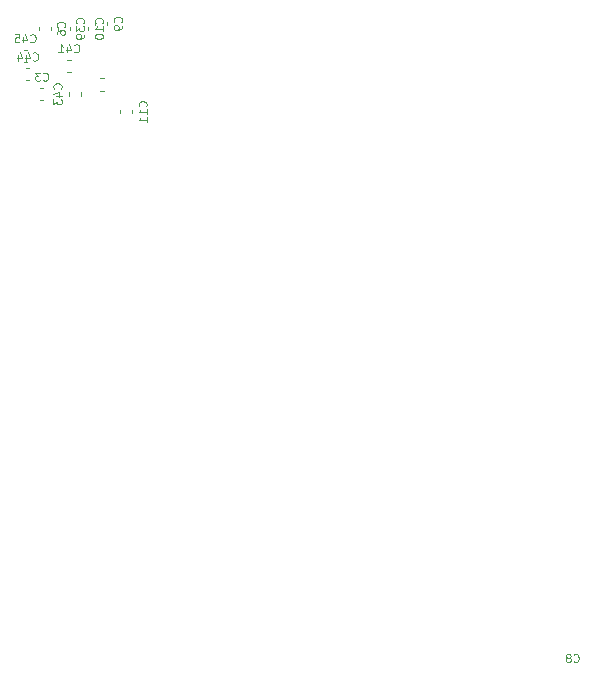
<source format=gbr>
%TF.GenerationSoftware,KiCad,Pcbnew,(6.0.0)*%
%TF.CreationDate,2022-08-04T21:46:00+02:00*%
%TF.ProjectId,TINY-FPGA-BOARD,54494e59-2d46-4504-9741-2d424f415244,rev?*%
%TF.SameCoordinates,Original*%
%TF.FileFunction,Legend,Bot*%
%TF.FilePolarity,Positive*%
%FSLAX46Y46*%
G04 Gerber Fmt 4.6, Leading zero omitted, Abs format (unit mm)*
G04 Created by KiCad (PCBNEW (6.0.0)) date 2022-08-04 21:46:00*
%MOMM*%
%LPD*%
G01*
G04 APERTURE LIST*
%ADD10C,0.100000*%
%ADD11C,0.120000*%
G04 APERTURE END LIST*
D10*
%TO.C,C44*%
X112550000Y-91920000D02*
X112583333Y-91953333D01*
X112683333Y-91986666D01*
X112750000Y-91986666D01*
X112850000Y-91953333D01*
X112916666Y-91886666D01*
X112950000Y-91820000D01*
X112983333Y-91686666D01*
X112983333Y-91586666D01*
X112950000Y-91453333D01*
X112916666Y-91386666D01*
X112850000Y-91320000D01*
X112750000Y-91286666D01*
X112683333Y-91286666D01*
X112583333Y-91320000D01*
X112550000Y-91353333D01*
X111950000Y-91520000D02*
X111950000Y-91986666D01*
X112116666Y-91253333D02*
X112283333Y-91753333D01*
X111850000Y-91753333D01*
X111283333Y-91520000D02*
X111283333Y-91986666D01*
X111450000Y-91253333D02*
X111616666Y-91753333D01*
X111183333Y-91753333D01*
%TO.C,C43*%
X114920000Y-94350000D02*
X114953333Y-94316666D01*
X114986666Y-94216666D01*
X114986666Y-94150000D01*
X114953333Y-94050000D01*
X114886666Y-93983333D01*
X114820000Y-93950000D01*
X114686666Y-93916666D01*
X114586666Y-93916666D01*
X114453333Y-93950000D01*
X114386666Y-93983333D01*
X114320000Y-94050000D01*
X114286666Y-94150000D01*
X114286666Y-94216666D01*
X114320000Y-94316666D01*
X114353333Y-94350000D01*
X114520000Y-94950000D02*
X114986666Y-94950000D01*
X114253333Y-94783333D02*
X114753333Y-94616666D01*
X114753333Y-95050000D01*
X114286666Y-95250000D02*
X114286666Y-95683333D01*
X114553333Y-95450000D01*
X114553333Y-95550000D01*
X114586666Y-95616666D01*
X114620000Y-95650000D01*
X114686666Y-95683333D01*
X114853333Y-95683333D01*
X114920000Y-95650000D01*
X114953333Y-95616666D01*
X114986666Y-95550000D01*
X114986666Y-95350000D01*
X114953333Y-95283333D01*
X114920000Y-95250000D01*
%TO.C,C3*%
X113416666Y-93620000D02*
X113450000Y-93653333D01*
X113550000Y-93686666D01*
X113616666Y-93686666D01*
X113716666Y-93653333D01*
X113783333Y-93586666D01*
X113816666Y-93520000D01*
X113850000Y-93386666D01*
X113850000Y-93286666D01*
X113816666Y-93153333D01*
X113783333Y-93086666D01*
X113716666Y-93020000D01*
X113616666Y-92986666D01*
X113550000Y-92986666D01*
X113450000Y-93020000D01*
X113416666Y-93053333D01*
X113183333Y-92986666D02*
X112750000Y-92986666D01*
X112983333Y-93253333D01*
X112883333Y-93253333D01*
X112816666Y-93286666D01*
X112783333Y-93320000D01*
X112750000Y-93386666D01*
X112750000Y-93553333D01*
X112783333Y-93620000D01*
X112816666Y-93653333D01*
X112883333Y-93686666D01*
X113083333Y-93686666D01*
X113150000Y-93653333D01*
X113183333Y-93620000D01*
%TO.C,C41*%
X116050000Y-91220000D02*
X116083333Y-91253333D01*
X116183333Y-91286666D01*
X116250000Y-91286666D01*
X116350000Y-91253333D01*
X116416666Y-91186666D01*
X116450000Y-91120000D01*
X116483333Y-90986666D01*
X116483333Y-90886666D01*
X116450000Y-90753333D01*
X116416666Y-90686666D01*
X116350000Y-90620000D01*
X116250000Y-90586666D01*
X116183333Y-90586666D01*
X116083333Y-90620000D01*
X116050000Y-90653333D01*
X115450000Y-90820000D02*
X115450000Y-91286666D01*
X115616666Y-90553333D02*
X115783333Y-91053333D01*
X115350000Y-91053333D01*
X114716666Y-91286666D02*
X115116666Y-91286666D01*
X114916666Y-91286666D02*
X114916666Y-90586666D01*
X114983333Y-90686666D01*
X115050000Y-90753333D01*
X115116666Y-90786666D01*
%TO.C,C45*%
X112350000Y-90370000D02*
X112383333Y-90403333D01*
X112483333Y-90436666D01*
X112550000Y-90436666D01*
X112650000Y-90403333D01*
X112716666Y-90336666D01*
X112750000Y-90270000D01*
X112783333Y-90136666D01*
X112783333Y-90036666D01*
X112750000Y-89903333D01*
X112716666Y-89836666D01*
X112650000Y-89770000D01*
X112550000Y-89736666D01*
X112483333Y-89736666D01*
X112383333Y-89770000D01*
X112350000Y-89803333D01*
X111750000Y-89970000D02*
X111750000Y-90436666D01*
X111916666Y-89703333D02*
X112083333Y-90203333D01*
X111650000Y-90203333D01*
X111050000Y-89736666D02*
X111383333Y-89736666D01*
X111416666Y-90070000D01*
X111383333Y-90036666D01*
X111316666Y-90003333D01*
X111150000Y-90003333D01*
X111083333Y-90036666D01*
X111050000Y-90070000D01*
X111016666Y-90136666D01*
X111016666Y-90303333D01*
X111050000Y-90370000D01*
X111083333Y-90403333D01*
X111150000Y-90436666D01*
X111316666Y-90436666D01*
X111383333Y-90403333D01*
X111416666Y-90370000D01*
%TO.C,C11*%
X122130000Y-95850000D02*
X122163333Y-95816666D01*
X122196666Y-95716666D01*
X122196666Y-95650000D01*
X122163333Y-95550000D01*
X122096666Y-95483333D01*
X122030000Y-95450000D01*
X121896666Y-95416666D01*
X121796666Y-95416666D01*
X121663333Y-95450000D01*
X121596666Y-95483333D01*
X121530000Y-95550000D01*
X121496666Y-95650000D01*
X121496666Y-95716666D01*
X121530000Y-95816666D01*
X121563333Y-95850000D01*
X122196666Y-96516666D02*
X122196666Y-96116666D01*
X122196666Y-96316666D02*
X121496666Y-96316666D01*
X121596666Y-96250000D01*
X121663333Y-96183333D01*
X121696666Y-96116666D01*
X122196666Y-97183333D02*
X122196666Y-96783333D01*
X122196666Y-96983333D02*
X121496666Y-96983333D01*
X121596666Y-96916666D01*
X121663333Y-96850000D01*
X121696666Y-96783333D01*
%TO.C,C8*%
X158346666Y-142850000D02*
X158380000Y-142883333D01*
X158480000Y-142916666D01*
X158546666Y-142916666D01*
X158646666Y-142883333D01*
X158713333Y-142816666D01*
X158746666Y-142750000D01*
X158780000Y-142616666D01*
X158780000Y-142516666D01*
X158746666Y-142383333D01*
X158713333Y-142316666D01*
X158646666Y-142250000D01*
X158546666Y-142216666D01*
X158480000Y-142216666D01*
X158380000Y-142250000D01*
X158346666Y-142283333D01*
X157946666Y-142516666D02*
X158013333Y-142483333D01*
X158046666Y-142450000D01*
X158080000Y-142383333D01*
X158080000Y-142350000D01*
X158046666Y-142283333D01*
X158013333Y-142250000D01*
X157946666Y-142216666D01*
X157813333Y-142216666D01*
X157746666Y-142250000D01*
X157713333Y-142283333D01*
X157680000Y-142350000D01*
X157680000Y-142383333D01*
X157713333Y-142450000D01*
X157746666Y-142483333D01*
X157813333Y-142516666D01*
X157946666Y-142516666D01*
X158013333Y-142550000D01*
X158046666Y-142583333D01*
X158080000Y-142650000D01*
X158080000Y-142783333D01*
X158046666Y-142850000D01*
X158013333Y-142883333D01*
X157946666Y-142916666D01*
X157813333Y-142916666D01*
X157746666Y-142883333D01*
X157713333Y-142850000D01*
X157680000Y-142783333D01*
X157680000Y-142650000D01*
X157713333Y-142583333D01*
X157746666Y-142550000D01*
X157813333Y-142516666D01*
%TO.C,C6*%
X115230000Y-89133333D02*
X115263333Y-89100000D01*
X115296666Y-89000000D01*
X115296666Y-88933333D01*
X115263333Y-88833333D01*
X115196666Y-88766666D01*
X115130000Y-88733333D01*
X114996666Y-88700000D01*
X114896666Y-88700000D01*
X114763333Y-88733333D01*
X114696666Y-88766666D01*
X114630000Y-88833333D01*
X114596666Y-88933333D01*
X114596666Y-89000000D01*
X114630000Y-89100000D01*
X114663333Y-89133333D01*
X114596666Y-89733333D02*
X114596666Y-89600000D01*
X114630000Y-89533333D01*
X114663333Y-89500000D01*
X114763333Y-89433333D01*
X114896666Y-89400000D01*
X115163333Y-89400000D01*
X115230000Y-89433333D01*
X115263333Y-89466666D01*
X115296666Y-89533333D01*
X115296666Y-89666666D01*
X115263333Y-89733333D01*
X115230000Y-89766666D01*
X115163333Y-89800000D01*
X114996666Y-89800000D01*
X114930000Y-89766666D01*
X114896666Y-89733333D01*
X114863333Y-89666666D01*
X114863333Y-89533333D01*
X114896666Y-89466666D01*
X114930000Y-89433333D01*
X114996666Y-89400000D01*
%TO.C,C10*%
X118430000Y-88800000D02*
X118463333Y-88766666D01*
X118496666Y-88666666D01*
X118496666Y-88600000D01*
X118463333Y-88500000D01*
X118396666Y-88433333D01*
X118330000Y-88400000D01*
X118196666Y-88366666D01*
X118096666Y-88366666D01*
X117963333Y-88400000D01*
X117896666Y-88433333D01*
X117830000Y-88500000D01*
X117796666Y-88600000D01*
X117796666Y-88666666D01*
X117830000Y-88766666D01*
X117863333Y-88800000D01*
X118496666Y-89466666D02*
X118496666Y-89066666D01*
X118496666Y-89266666D02*
X117796666Y-89266666D01*
X117896666Y-89200000D01*
X117963333Y-89133333D01*
X117996666Y-89066666D01*
X117796666Y-89900000D02*
X117796666Y-89966666D01*
X117830000Y-90033333D01*
X117863333Y-90066666D01*
X117930000Y-90100000D01*
X118063333Y-90133333D01*
X118230000Y-90133333D01*
X118363333Y-90100000D01*
X118430000Y-90066666D01*
X118463333Y-90033333D01*
X118496666Y-89966666D01*
X118496666Y-89900000D01*
X118463333Y-89833333D01*
X118430000Y-89800000D01*
X118363333Y-89766666D01*
X118230000Y-89733333D01*
X118063333Y-89733333D01*
X117930000Y-89766666D01*
X117863333Y-89800000D01*
X117830000Y-89833333D01*
X117796666Y-89900000D01*
%TO.C,C39*%
X116830000Y-88800000D02*
X116863333Y-88766666D01*
X116896666Y-88666666D01*
X116896666Y-88600000D01*
X116863333Y-88500000D01*
X116796666Y-88433333D01*
X116730000Y-88400000D01*
X116596666Y-88366666D01*
X116496666Y-88366666D01*
X116363333Y-88400000D01*
X116296666Y-88433333D01*
X116230000Y-88500000D01*
X116196666Y-88600000D01*
X116196666Y-88666666D01*
X116230000Y-88766666D01*
X116263333Y-88800000D01*
X116196666Y-89033333D02*
X116196666Y-89466666D01*
X116463333Y-89233333D01*
X116463333Y-89333333D01*
X116496666Y-89400000D01*
X116530000Y-89433333D01*
X116596666Y-89466666D01*
X116763333Y-89466666D01*
X116830000Y-89433333D01*
X116863333Y-89400000D01*
X116896666Y-89333333D01*
X116896666Y-89133333D01*
X116863333Y-89066666D01*
X116830000Y-89033333D01*
X116896666Y-89800000D02*
X116896666Y-89933333D01*
X116863333Y-90000000D01*
X116830000Y-90033333D01*
X116730000Y-90100000D01*
X116596666Y-90133333D01*
X116330000Y-90133333D01*
X116263333Y-90100000D01*
X116230000Y-90066666D01*
X116196666Y-90000000D01*
X116196666Y-89866666D01*
X116230000Y-89800000D01*
X116263333Y-89766666D01*
X116330000Y-89733333D01*
X116496666Y-89733333D01*
X116563333Y-89766666D01*
X116596666Y-89800000D01*
X116630000Y-89866666D01*
X116630000Y-90000000D01*
X116596666Y-90066666D01*
X116563333Y-90100000D01*
X116496666Y-90133333D01*
%TO.C,C9*%
X120030000Y-88708333D02*
X120063333Y-88675000D01*
X120096666Y-88575000D01*
X120096666Y-88508333D01*
X120063333Y-88408333D01*
X119996666Y-88341666D01*
X119930000Y-88308333D01*
X119796666Y-88275000D01*
X119696666Y-88275000D01*
X119563333Y-88308333D01*
X119496666Y-88341666D01*
X119430000Y-88408333D01*
X119396666Y-88508333D01*
X119396666Y-88575000D01*
X119430000Y-88675000D01*
X119463333Y-88708333D01*
X120096666Y-89041666D02*
X120096666Y-89175000D01*
X120063333Y-89241666D01*
X120030000Y-89275000D01*
X119930000Y-89341666D01*
X119796666Y-89375000D01*
X119530000Y-89375000D01*
X119463333Y-89341666D01*
X119430000Y-89308333D01*
X119396666Y-89241666D01*
X119396666Y-89108333D01*
X119430000Y-89041666D01*
X119463333Y-89008333D01*
X119530000Y-88975000D01*
X119696666Y-88975000D01*
X119763333Y-89008333D01*
X119796666Y-89041666D01*
X119830000Y-89108333D01*
X119830000Y-89241666D01*
X119796666Y-89308333D01*
X119763333Y-89341666D01*
X119696666Y-89375000D01*
D11*
%TO.C,C44*%
X112240580Y-93610000D02*
X111959420Y-93610000D01*
X112240580Y-92590000D02*
X111959420Y-92590000D01*
%TO.C,C43*%
X116610000Y-94659420D02*
X116610000Y-94940580D01*
X115590000Y-94659420D02*
X115590000Y-94940580D01*
%TO.C,C3*%
X113440580Y-95310000D02*
X113159420Y-95310000D01*
X113440580Y-94290000D02*
X113159420Y-94290000D01*
%TO.C,C41*%
X115740580Y-91890000D02*
X115459420Y-91890000D01*
X115740580Y-92910000D02*
X115459420Y-92910000D01*
%TO.C,C45*%
X112040580Y-91040000D02*
X111759420Y-91040000D01*
X112040580Y-92060000D02*
X111759420Y-92060000D01*
%TO.C,C11*%
X120960000Y-96440580D02*
X120960000Y-96159420D01*
X119940000Y-96440580D02*
X119940000Y-96159420D01*
%TO.C,C8*%
X118259420Y-93490000D02*
X118540580Y-93490000D01*
X118259420Y-94510000D02*
X118540580Y-94510000D01*
%TO.C,C6*%
X113040000Y-89390580D02*
X113040000Y-89109420D01*
X114060000Y-89390580D02*
X114060000Y-89109420D01*
%TO.C,C10*%
X116240000Y-89390580D02*
X116240000Y-89109420D01*
X117260000Y-89390580D02*
X117260000Y-89109420D01*
%TO.C,C39*%
X114640000Y-89390580D02*
X114640000Y-89109420D01*
X115660000Y-89390580D02*
X115660000Y-89109420D01*
%TO.C,C9*%
X118860000Y-88965580D02*
X118860000Y-88684420D01*
X117840000Y-88965580D02*
X117840000Y-88684420D01*
%TD*%
M02*

</source>
